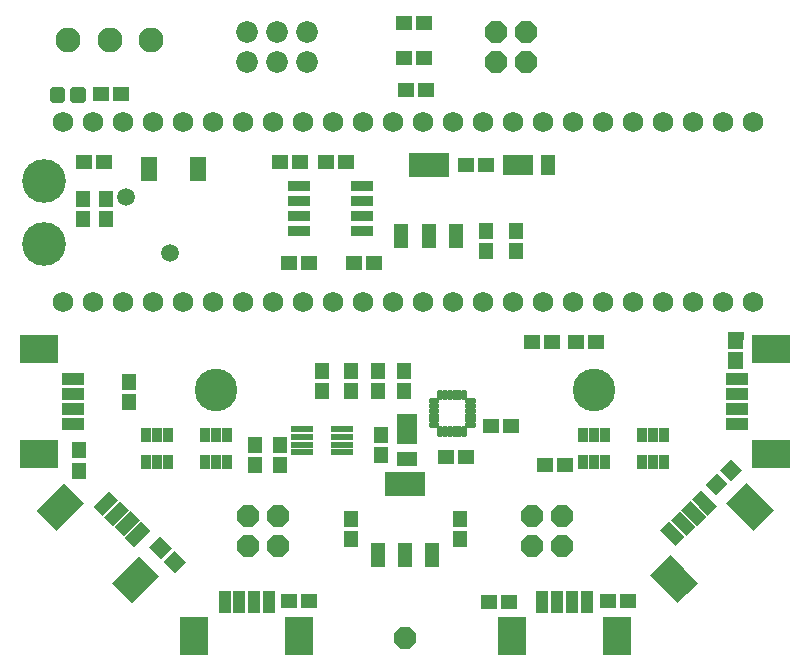
<source format=gbr>
G04 EAGLE Gerber RS-274X export*
G75*
%MOMM*%
%FSLAX34Y34*%
%LPD*%
%INSoldermask Top*%
%IPPOS*%
%AMOC8*
5,1,8,0,0,1.08239X$1,22.5*%
G01*
%ADD10C,3.604800*%
%ADD11C,1.752600*%
%ADD12R,1.304800X1.404800*%
%ADD13R,1.404800X1.304800*%
%ADD14R,1.155600X2.066000*%
%ADD15R,3.455600X2.066000*%
%ADD16C,0.362109*%
%ADD17R,1.904800X0.604800*%
%ADD18P,1.985969X8X202.500000*%
%ADD19R,1.854800X0.904800*%
%ADD20P,1.985969X8X22.500000*%
%ADD21R,2.404800X3.304800*%
%ADD22R,1.104800X1.904800*%
%ADD23R,1.904800X1.104800*%
%ADD24R,3.304800X2.404800*%
%ADD25R,0.904800X1.254800*%
%ADD26P,1.979475X8X22.500000*%
%ADD27C,3.704800*%
%ADD28R,1.444800X2.084800*%
%ADD29R,1.704800X1.204800*%
%ADD30R,1.704800X2.504800*%
%ADD31R,1.204800X1.704800*%
%ADD32R,2.504800X1.704800*%
%ADD33C,2.104800*%
%ADD34C,0.600206*%
%ADD35C,1.834800*%
%ADD36C,1.504800*%


D10*
X350000Y230000D03*
X30000Y230000D03*
D11*
X-99400Y303800D03*
X-74000Y303800D03*
X-48600Y303800D03*
X-23200Y303800D03*
X2200Y303800D03*
X27600Y303800D03*
X53000Y303800D03*
X78400Y303800D03*
X103800Y303800D03*
X129200Y303800D03*
X154600Y303800D03*
X180000Y303800D03*
X205400Y303800D03*
X230800Y303800D03*
X281600Y303800D03*
X307000Y303800D03*
X332400Y303800D03*
X357800Y303800D03*
X230800Y456200D03*
X205400Y456200D03*
X180000Y456200D03*
X154600Y456200D03*
X129200Y456200D03*
X103800Y456200D03*
X78400Y456200D03*
X53000Y456200D03*
X27600Y456200D03*
X2200Y456200D03*
X-23200Y456200D03*
X-48600Y456200D03*
X-74000Y456200D03*
X-99400Y456200D03*
X256200Y303800D03*
X357800Y456200D03*
X332400Y456200D03*
X307000Y456200D03*
X281600Y456200D03*
X256200Y456200D03*
X383200Y303800D03*
X408600Y303800D03*
X434000Y303800D03*
X459400Y303800D03*
X484800Y303800D03*
X484800Y456200D03*
X383200Y456200D03*
X408600Y456200D03*
X434000Y456200D03*
X459400Y456200D03*
D12*
X63000Y166500D03*
X63000Y183500D03*
D13*
X308500Y166000D03*
X325500Y166000D03*
X206500Y540000D03*
X189500Y540000D03*
D14*
X167000Y89750D03*
X190000Y89750D03*
X213000Y89750D03*
D15*
X190000Y150250D03*
D14*
X187000Y359750D03*
X210000Y359750D03*
X233000Y359750D03*
D15*
X210000Y420250D03*
D13*
X-64500Y423000D03*
X-81500Y423000D03*
D12*
X259000Y364500D03*
X259000Y347500D03*
D13*
X241500Y420000D03*
X258500Y420000D03*
D12*
X237000Y103500D03*
X237000Y120500D03*
X144000Y120500D03*
X144000Y103500D03*
X144000Y228500D03*
X144000Y245500D03*
X120000Y228500D03*
X120000Y245500D03*
D13*
X224500Y173000D03*
X241500Y173000D03*
X262500Y199000D03*
X279500Y199000D03*
D12*
X170000Y191500D03*
X170000Y174500D03*
D16*
X211636Y219186D02*
X217464Y219186D01*
X211636Y219186D02*
X211636Y220814D01*
X217464Y220814D01*
X217464Y219186D01*
X217464Y215186D02*
X211636Y215186D01*
X211636Y216814D01*
X217464Y216814D01*
X217464Y215186D01*
X217464Y211186D02*
X211636Y211186D01*
X211636Y212814D01*
X217464Y212814D01*
X217464Y211186D01*
X217464Y207186D02*
X211636Y207186D01*
X211636Y208814D01*
X217464Y208814D01*
X217464Y207186D01*
X217464Y203186D02*
X211636Y203186D01*
X211636Y204814D01*
X217464Y204814D01*
X217464Y203186D01*
X217464Y199186D02*
X211636Y199186D01*
X211636Y200814D01*
X217464Y200814D01*
X217464Y199186D01*
X220814Y197464D02*
X220814Y191636D01*
X219186Y191636D01*
X219186Y197464D01*
X220814Y197464D01*
X220814Y195076D02*
X219186Y195076D01*
X224814Y197464D02*
X224814Y191636D01*
X223186Y191636D01*
X223186Y197464D01*
X224814Y197464D01*
X224814Y195076D02*
X223186Y195076D01*
X228814Y197464D02*
X228814Y191636D01*
X227186Y191636D01*
X227186Y197464D01*
X228814Y197464D01*
X228814Y195076D02*
X227186Y195076D01*
X232814Y197464D02*
X232814Y191636D01*
X231186Y191636D01*
X231186Y197464D01*
X232814Y197464D01*
X232814Y195076D02*
X231186Y195076D01*
X236814Y197464D02*
X236814Y191636D01*
X235186Y191636D01*
X235186Y197464D01*
X236814Y197464D01*
X236814Y195076D02*
X235186Y195076D01*
X240814Y197464D02*
X240814Y191636D01*
X239186Y191636D01*
X239186Y197464D01*
X240814Y197464D01*
X240814Y195076D02*
X239186Y195076D01*
X242536Y200814D02*
X248364Y200814D01*
X248364Y199186D01*
X242536Y199186D01*
X242536Y200814D01*
X242536Y204814D02*
X248364Y204814D01*
X248364Y203186D01*
X242536Y203186D01*
X242536Y204814D01*
X242536Y208814D02*
X248364Y208814D01*
X248364Y207186D01*
X242536Y207186D01*
X242536Y208814D01*
X242536Y212814D02*
X248364Y212814D01*
X248364Y211186D01*
X242536Y211186D01*
X242536Y212814D01*
X242536Y216814D02*
X248364Y216814D01*
X248364Y215186D01*
X242536Y215186D01*
X242536Y216814D01*
X242536Y220814D02*
X248364Y220814D01*
X248364Y219186D01*
X242536Y219186D01*
X242536Y220814D01*
X239186Y222536D02*
X239186Y228364D01*
X240814Y228364D01*
X240814Y222536D01*
X239186Y222536D01*
X239186Y225976D02*
X240814Y225976D01*
X235186Y228364D02*
X235186Y222536D01*
X235186Y228364D02*
X236814Y228364D01*
X236814Y222536D01*
X235186Y222536D01*
X235186Y225976D02*
X236814Y225976D01*
X231186Y228364D02*
X231186Y222536D01*
X231186Y228364D02*
X232814Y228364D01*
X232814Y222536D01*
X231186Y222536D01*
X231186Y225976D02*
X232814Y225976D01*
X227186Y228364D02*
X227186Y222536D01*
X227186Y228364D02*
X228814Y228364D01*
X228814Y222536D01*
X227186Y222536D01*
X227186Y225976D02*
X228814Y225976D01*
X223186Y228364D02*
X223186Y222536D01*
X223186Y228364D02*
X224814Y228364D01*
X224814Y222536D01*
X223186Y222536D01*
X223186Y225976D02*
X224814Y225976D01*
X219186Y228364D02*
X219186Y222536D01*
X219186Y228364D02*
X220814Y228364D01*
X220814Y222536D01*
X219186Y222536D01*
X219186Y225976D02*
X220814Y225976D01*
D12*
X284000Y364500D03*
X284000Y347500D03*
X-83000Y391500D03*
X-83000Y374500D03*
X-63000Y391500D03*
X-63000Y374500D03*
D17*
X137000Y177000D03*
X137000Y183500D03*
X137000Y190000D03*
X137000Y196500D03*
X103000Y196500D03*
X103000Y190000D03*
X103000Y183500D03*
X103000Y177000D03*
D12*
X84000Y183500D03*
X84000Y166500D03*
X189000Y228500D03*
X189000Y245500D03*
X167000Y228500D03*
X167000Y245500D03*
D18*
X322700Y122700D03*
X322700Y97300D03*
X297300Y122700D03*
X297300Y97300D03*
X82700Y122700D03*
X82700Y97300D03*
X57300Y122700D03*
X57300Y97300D03*
D19*
X100000Y402050D03*
X100000Y389350D03*
X100000Y376650D03*
X100000Y363950D03*
X154000Y363950D03*
X154000Y376650D03*
X154000Y389350D03*
X154000Y402050D03*
D13*
X101500Y423000D03*
X84500Y423000D03*
X189500Y511000D03*
X206500Y511000D03*
X140500Y423000D03*
X123500Y423000D03*
X190500Y484000D03*
X207500Y484000D03*
D20*
X267300Y507300D03*
X267300Y532700D03*
X292700Y507300D03*
X292700Y532700D03*
D21*
X11750Y21000D03*
X100250Y21000D03*
D22*
X37250Y50000D03*
X62250Y50000D03*
X49750Y50000D03*
X74750Y50000D03*
D21*
X280750Y21000D03*
X369250Y21000D03*
D22*
X306250Y50000D03*
X331250Y50000D03*
X318750Y50000D03*
X343750Y50000D03*
D21*
G36*
X-104622Y110622D02*
X-121863Y127387D01*
X-98824Y151078D01*
X-81583Y134313D01*
X-104622Y110622D01*
G37*
G36*
X-41176Y48922D02*
X-58417Y65687D01*
X-35378Y89378D01*
X-18137Y72613D01*
X-41176Y48922D01*
G37*
D23*
G36*
X-52624Y136838D02*
X-65903Y123184D01*
X-73824Y130886D01*
X-60545Y144540D01*
X-52624Y136838D01*
G37*
G36*
X-34702Y119409D02*
X-47981Y105755D01*
X-55902Y113457D01*
X-42623Y127111D01*
X-34702Y119409D01*
G37*
G36*
X-43663Y128124D02*
X-56942Y114470D01*
X-64863Y122172D01*
X-51584Y135826D01*
X-43663Y128124D01*
G37*
G36*
X-25740Y110695D02*
X-39019Y97041D01*
X-46940Y104743D01*
X-33661Y118397D01*
X-25740Y110695D01*
G37*
D21*
G36*
X438118Y65789D02*
X420732Y49175D01*
X397900Y73067D01*
X415286Y89681D01*
X438118Y65789D01*
G37*
G36*
X502100Y126933D02*
X484714Y110319D01*
X461882Y134211D01*
X479268Y150825D01*
X502100Y126933D01*
G37*
D23*
G36*
X413823Y118713D02*
X426982Y104943D01*
X418995Y97311D01*
X405836Y111081D01*
X413823Y118713D01*
G37*
G36*
X431897Y135985D02*
X445056Y122215D01*
X437069Y114583D01*
X423910Y128353D01*
X431897Y135985D01*
G37*
G36*
X422860Y127349D02*
X436019Y113579D01*
X428032Y105947D01*
X414873Y119717D01*
X422860Y127349D01*
G37*
G36*
X440934Y144621D02*
X454093Y130851D01*
X446106Y123219D01*
X432947Y136989D01*
X440934Y144621D01*
G37*
D24*
X500000Y175750D03*
X500000Y264250D03*
D23*
X471000Y201250D03*
X471000Y226250D03*
X471000Y213750D03*
X471000Y238750D03*
D24*
X-120000Y264250D03*
X-120000Y175750D03*
D23*
X-91000Y238750D03*
X-91000Y213750D03*
X-91000Y226250D03*
X-91000Y201250D03*
D25*
X-20000Y191250D03*
X-20000Y168750D03*
X-29500Y191250D03*
X-10500Y168750D03*
X-29500Y168750D03*
X-10500Y191250D03*
X400000Y191250D03*
X400000Y168750D03*
X390500Y191250D03*
X409500Y168750D03*
X390500Y168750D03*
X409500Y191250D03*
X30000Y191250D03*
X30000Y168750D03*
X20500Y191250D03*
X39500Y168750D03*
X20500Y168750D03*
X39500Y191250D03*
X350000Y191250D03*
X350000Y168750D03*
X340500Y191250D03*
X359500Y168750D03*
X340500Y168750D03*
X359500Y191250D03*
D26*
X190000Y20000D03*
D13*
G36*
X476511Y261466D02*
X476388Y247420D01*
X463341Y247534D01*
X463464Y261580D01*
X476511Y261466D01*
G37*
G36*
X476659Y278466D02*
X476536Y264420D01*
X463489Y264534D01*
X463612Y278580D01*
X476659Y278466D01*
G37*
G36*
X463569Y150343D02*
X453637Y140411D01*
X444411Y149637D01*
X454343Y159569D01*
X463569Y150343D01*
G37*
G36*
X475589Y162363D02*
X465657Y152431D01*
X456431Y161657D01*
X466363Y171589D01*
X475589Y162363D01*
G37*
D12*
X-86000Y178500D03*
X-86000Y161500D03*
D13*
G36*
X-16657Y86431D02*
X-26589Y96363D01*
X-17363Y105589D01*
X-7431Y95657D01*
X-16657Y86431D01*
G37*
G36*
X-4637Y74411D02*
X-14569Y84343D01*
X-5343Y93569D01*
X4589Y83637D01*
X-4637Y74411D01*
G37*
X361500Y51000D03*
X378500Y51000D03*
D27*
X-116000Y353300D03*
X-116000Y406700D03*
D13*
X91500Y51000D03*
X108500Y51000D03*
D28*
X-26900Y417000D03*
X14900Y417000D03*
D13*
X91500Y337000D03*
X108500Y337000D03*
X146500Y337000D03*
X163500Y337000D03*
D29*
X192000Y171000D03*
D30*
X192000Y196500D03*
D31*
X311000Y420000D03*
D32*
X285500Y420000D03*
D13*
X278500Y50000D03*
X261500Y50000D03*
D12*
X-44000Y236500D03*
X-44000Y219500D03*
D13*
X334500Y270000D03*
X351500Y270000D03*
X297500Y270000D03*
X314500Y270000D03*
D33*
X-60000Y526000D03*
X-25000Y526000D03*
X-95000Y526000D03*
D34*
X-90753Y483523D02*
X-90753Y476477D01*
X-90753Y483523D02*
X-83707Y483523D01*
X-83707Y476477D01*
X-90753Y476477D01*
X-90753Y482179D02*
X-83707Y482179D01*
X-108293Y483523D02*
X-108293Y476477D01*
X-108293Y483523D02*
X-101247Y483523D01*
X-101247Y476477D01*
X-108293Y476477D01*
X-108293Y482179D02*
X-101247Y482179D01*
D13*
X-50500Y480000D03*
X-67500Y480000D03*
D35*
X56600Y532700D03*
X82000Y532700D03*
X107400Y532700D03*
X56600Y507300D03*
X82000Y507300D03*
X107400Y507300D03*
D36*
X-9000Y346000D03*
X-46000Y392968D03*
M02*

</source>
